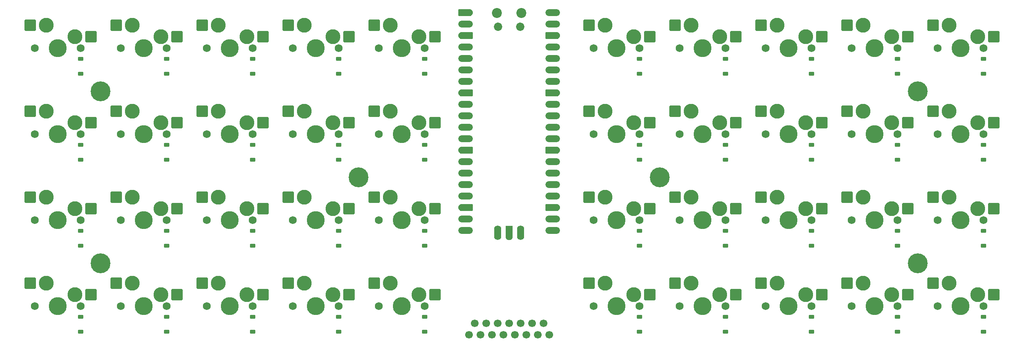
<source format=gbr>
%TF.GenerationSoftware,KiCad,Pcbnew,9.0.4*%
%TF.CreationDate,2025-09-26T22:16:16-05:00*%
%TF.ProjectId,loongcat40,6c6f6f6e-6763-4617-9434-302e6b696361,rev?*%
%TF.SameCoordinates,Original*%
%TF.FileFunction,Soldermask,Top*%
%TF.FilePolarity,Negative*%
%FSLAX46Y46*%
G04 Gerber Fmt 4.6, Leading zero omitted, Abs format (unit mm)*
G04 Created by KiCad (PCBNEW 9.0.4) date 2025-09-26 22:16:16*
%MOMM*%
%LPD*%
G01*
G04 APERTURE LIST*
G04 Aperture macros list*
%AMRoundRect*
0 Rectangle with rounded corners*
0 $1 Rounding radius*
0 $2 $3 $4 $5 $6 $7 $8 $9 X,Y pos of 4 corners*
0 Add a 4 corners polygon primitive as box body*
4,1,4,$2,$3,$4,$5,$6,$7,$8,$9,$2,$3,0*
0 Add four circle primitives for the rounded corners*
1,1,$1+$1,$2,$3*
1,1,$1+$1,$4,$5*
1,1,$1+$1,$6,$7*
1,1,$1+$1,$8,$9*
0 Add four rect primitives between the rounded corners*
20,1,$1+$1,$2,$3,$4,$5,0*
20,1,$1+$1,$4,$5,$6,$7,0*
20,1,$1+$1,$6,$7,$8,$9,0*
20,1,$1+$1,$8,$9,$2,$3,0*%
%AMFreePoly0*
4,1,37,0.800000,0.796148,0.878414,0.796148,1.032228,0.765552,1.177117,0.705537,1.307515,0.618408,1.418408,0.507515,1.505537,0.377117,1.565552,0.232228,1.596148,0.078414,1.596148,-0.078414,1.565552,-0.232228,1.505537,-0.377117,1.418408,-0.507515,1.307515,-0.618408,1.177117,-0.705537,1.032228,-0.765552,0.878414,-0.796148,0.800000,-0.796148,0.800000,-0.800000,-1.400000,-0.800000,
-1.403843,-0.796157,-1.439018,-0.796157,-1.511114,-0.766294,-1.566294,-0.711114,-1.596157,-0.639018,-1.596157,-0.603843,-1.600000,-0.600000,-1.600000,0.600000,-1.596157,0.603843,-1.596157,0.639018,-1.566294,0.711114,-1.511114,0.766294,-1.439018,0.796157,-1.403843,0.796157,-1.400000,0.800000,0.800000,0.800000,0.800000,0.796148,0.800000,0.796148,$1*%
%AMFreePoly1*
4,1,37,1.403843,0.796157,1.439018,0.796157,1.511114,0.766294,1.566294,0.711114,1.596157,0.639018,1.596157,0.603843,1.600000,0.600000,1.600000,-0.600000,1.596157,-0.603843,1.596157,-0.639018,1.566294,-0.711114,1.511114,-0.766294,1.439018,-0.796157,1.403843,-0.796157,1.400000,-0.800000,-0.800000,-0.800000,-0.800000,-0.796148,-0.878414,-0.796148,-1.032228,-0.765552,-1.177117,-0.705537,
-1.307515,-0.618408,-1.418408,-0.507515,-1.505537,-0.377117,-1.565552,-0.232228,-1.596148,-0.078414,-1.596148,0.078414,-1.565552,0.232228,-1.505537,0.377117,-1.418408,0.507515,-1.307515,0.618408,-1.177117,0.705537,-1.032228,0.765552,-0.878414,0.796148,-0.800000,0.796148,-0.800000,0.800000,1.400000,0.800000,1.403843,0.796157,1.403843,0.796157,$1*%
%AMFreePoly2*
4,1,37,1.600000,0.796148,1.678414,0.796148,1.832228,0.765552,1.977117,0.705537,2.107515,0.618408,2.218408,0.507515,2.305537,0.377117,2.365552,0.232228,2.396148,0.078414,2.396148,-0.078414,2.365552,-0.232228,2.305537,-0.377117,2.218408,-0.507515,2.107515,-0.618408,1.977117,-0.705537,1.832228,-0.765552,1.678414,-0.796148,1.600000,-0.796148,1.600000,-0.800000,-0.600000,-0.800000,
-0.603843,-0.796157,-0.639018,-0.796157,-0.711114,-0.766294,-0.766294,-0.711114,-0.796157,-0.639018,-0.796157,-0.603843,-0.800000,-0.600000,-0.800000,0.600000,-0.796157,0.603843,-0.796157,0.639018,-0.766294,0.711114,-0.711114,0.766294,-0.639018,0.796157,-0.603843,0.796157,-0.600000,0.800000,1.600000,0.800000,1.600000,0.796148,1.600000,0.796148,$1*%
G04 Aperture macros list end*
%ADD10C,4.400000*%
%ADD11C,1.700000*%
%ADD12C,1.750000*%
%ADD13C,3.987800*%
%ADD14C,3.300000*%
%ADD15RoundRect,0.250000X-1.025000X-1.000000X1.025000X-1.000000X1.025000X1.000000X-1.025000X1.000000X0*%
%ADD16C,2.200000*%
%ADD17C,1.850000*%
%ADD18FreePoly0,0.000000*%
%ADD19RoundRect,0.800000X-0.800000X-0.000010X0.800000X-0.000010X0.800000X0.000010X-0.800000X0.000010X0*%
%ADD20FreePoly1,0.000000*%
%ADD21RoundRect,0.800000X0.000010X-0.800000X0.000010X0.800000X-0.000010X0.800000X-0.000010X-0.800000X0*%
%ADD22FreePoly2,270.000000*%
%ADD23RoundRect,0.225000X0.375000X-0.225000X0.375000X0.225000X-0.375000X0.225000X-0.375000X-0.225000X0*%
G04 APERTURE END LIST*
D10*
%TO.C,H6*%
X228600000Y-85725000D03*
%TD*%
%TO.C,H2*%
X228600000Y-47625000D03*
%TD*%
%TO.C,H4*%
X171450000Y-66675000D03*
%TD*%
%TO.C,H5*%
X47625000Y-85725000D03*
%TD*%
%TO.C,H3*%
X104775000Y-66675000D03*
%TD*%
%TO.C,H1*%
X47625000Y-47625000D03*
%TD*%
D11*
%TO.C,U2*%
X129212500Y-101600000D03*
X131752500Y-101600000D03*
X134292500Y-101600000D03*
X136832500Y-101600000D03*
X139372500Y-101600000D03*
X141912500Y-101600000D03*
X144452500Y-101600000D03*
X146992500Y-101600000D03*
%TD*%
D12*
%TO.C,SW37*%
X175895000Y-95250000D03*
D13*
X180975000Y-95250000D03*
D12*
X186055000Y-95250000D03*
D14*
X184785000Y-92710000D03*
D15*
X188335000Y-92710000D03*
X174885000Y-90170000D03*
D14*
X178435000Y-90170000D03*
%TD*%
D12*
%TO.C,SW40*%
X233045000Y-95250000D03*
D13*
X238125000Y-95250000D03*
D12*
X243205000Y-95250000D03*
D14*
X241935000Y-92710000D03*
D15*
X245485000Y-92710000D03*
X232035000Y-90170000D03*
D14*
X235585000Y-90170000D03*
%TD*%
D12*
%TO.C,SW39*%
X213995000Y-95250000D03*
D13*
X219075000Y-95250000D03*
D12*
X224155000Y-95250000D03*
D14*
X222885000Y-92710000D03*
D15*
X226435000Y-92710000D03*
X212985000Y-90170000D03*
D14*
X216535000Y-90170000D03*
%TD*%
D12*
%TO.C,SW38*%
X194945000Y-95250000D03*
D13*
X200025000Y-95250000D03*
D12*
X205105000Y-95250000D03*
D14*
X203835000Y-92710000D03*
D15*
X207385000Y-92710000D03*
X193935000Y-90170000D03*
D14*
X197485000Y-90170000D03*
%TD*%
D12*
%TO.C,SW36*%
X156845000Y-95250000D03*
D13*
X161925000Y-95250000D03*
D12*
X167005000Y-95250000D03*
D14*
X165735000Y-92710000D03*
D15*
X169285000Y-92710000D03*
X155835000Y-90170000D03*
D14*
X159385000Y-90170000D03*
%TD*%
D12*
%TO.C,SW35*%
X109220000Y-95250000D03*
D13*
X114300000Y-95250000D03*
D12*
X119380000Y-95250000D03*
D14*
X118110000Y-92710000D03*
D15*
X121660000Y-92710000D03*
X108210000Y-90170000D03*
D14*
X111760000Y-90170000D03*
%TD*%
D12*
%TO.C,SW34*%
X90170000Y-95250000D03*
D13*
X95250000Y-95250000D03*
D12*
X100330000Y-95250000D03*
D14*
X99060000Y-92710000D03*
D15*
X102610000Y-92710000D03*
X89160000Y-90170000D03*
D14*
X92710000Y-90170000D03*
%TD*%
D12*
%TO.C,SW33*%
X71120000Y-95250000D03*
D13*
X76200000Y-95250000D03*
D12*
X81280000Y-95250000D03*
D14*
X80010000Y-92710000D03*
D15*
X83560000Y-92710000D03*
X70110000Y-90170000D03*
D14*
X73660000Y-90170000D03*
%TD*%
D12*
%TO.C,SW32*%
X52070000Y-95250000D03*
D13*
X57150000Y-95250000D03*
D12*
X62230000Y-95250000D03*
D14*
X60960000Y-92710000D03*
D15*
X64510000Y-92710000D03*
X51060000Y-90170000D03*
D14*
X54610000Y-90170000D03*
%TD*%
D12*
%TO.C,SW31*%
X33020000Y-95250000D03*
D13*
X38100000Y-95250000D03*
D12*
X43180000Y-95250000D03*
D14*
X41910000Y-92710000D03*
D15*
X45460000Y-92710000D03*
X32010000Y-90170000D03*
D14*
X35560000Y-90170000D03*
%TD*%
D12*
%TO.C,SW30*%
X233045000Y-76200000D03*
D13*
X238125000Y-76200000D03*
D12*
X243205000Y-76200000D03*
D14*
X241935000Y-73660000D03*
D15*
X245485000Y-73660000D03*
X232035000Y-71120000D03*
D14*
X235585000Y-71120000D03*
%TD*%
D12*
%TO.C,SW29*%
X213995000Y-76200000D03*
D13*
X219075000Y-76200000D03*
D12*
X224155000Y-76200000D03*
D14*
X222885000Y-73660000D03*
D15*
X226435000Y-73660000D03*
X212985000Y-71120000D03*
D14*
X216535000Y-71120000D03*
%TD*%
D12*
%TO.C,SW28*%
X194945000Y-76200000D03*
D13*
X200025000Y-76200000D03*
D12*
X205105000Y-76200000D03*
D14*
X203835000Y-73660000D03*
D15*
X207385000Y-73660000D03*
X193935000Y-71120000D03*
D14*
X197485000Y-71120000D03*
%TD*%
D12*
%TO.C,SW27*%
X175895000Y-76200000D03*
D13*
X180975000Y-76200000D03*
D12*
X186055000Y-76200000D03*
D14*
X184785000Y-73660000D03*
D15*
X188335000Y-73660000D03*
X174885000Y-71120000D03*
D14*
X178435000Y-71120000D03*
%TD*%
D12*
%TO.C,SW26*%
X156845000Y-76200000D03*
D13*
X161925000Y-76200000D03*
D12*
X167005000Y-76200000D03*
D14*
X165735000Y-73660000D03*
D15*
X169285000Y-73660000D03*
X155835000Y-71120000D03*
D14*
X159385000Y-71120000D03*
%TD*%
D12*
%TO.C,SW25*%
X109220000Y-76200000D03*
D13*
X114300000Y-76200000D03*
D12*
X119380000Y-76200000D03*
D14*
X118110000Y-73660000D03*
D15*
X121660000Y-73660000D03*
X108210000Y-71120000D03*
D14*
X111760000Y-71120000D03*
%TD*%
D12*
%TO.C,SW24*%
X90170000Y-76200000D03*
D13*
X95250000Y-76200000D03*
D12*
X100330000Y-76200000D03*
D14*
X99060000Y-73660000D03*
D15*
X102610000Y-73660000D03*
X89160000Y-71120000D03*
D14*
X92710000Y-71120000D03*
%TD*%
D12*
%TO.C,SW23*%
X71120000Y-76200000D03*
D13*
X76200000Y-76200000D03*
D12*
X81280000Y-76200000D03*
D14*
X80010000Y-73660000D03*
D15*
X83560000Y-73660000D03*
X70110000Y-71120000D03*
D14*
X73660000Y-71120000D03*
%TD*%
D12*
%TO.C,SW22*%
X52070000Y-76200000D03*
D13*
X57150000Y-76200000D03*
D12*
X62230000Y-76200000D03*
D14*
X60960000Y-73660000D03*
D15*
X64510000Y-73660000D03*
X51060000Y-71120000D03*
D14*
X54610000Y-71120000D03*
%TD*%
D12*
%TO.C,SW21*%
X33020000Y-76200000D03*
D13*
X38100000Y-76200000D03*
D12*
X43180000Y-76200000D03*
D14*
X41910000Y-73660000D03*
D15*
X45460000Y-73660000D03*
X32010000Y-71120000D03*
D14*
X35560000Y-71120000D03*
%TD*%
D12*
%TO.C,SW20*%
X233045000Y-57150000D03*
D13*
X238125000Y-57150000D03*
D12*
X243205000Y-57150000D03*
D14*
X241935000Y-54610000D03*
D15*
X245485000Y-54610000D03*
X232035000Y-52070000D03*
D14*
X235585000Y-52070000D03*
%TD*%
D12*
%TO.C,SW19*%
X213995000Y-57150000D03*
D13*
X219075000Y-57150000D03*
D12*
X224155000Y-57150000D03*
D14*
X222885000Y-54610000D03*
D15*
X226435000Y-54610000D03*
X212985000Y-52070000D03*
D14*
X216535000Y-52070000D03*
%TD*%
D12*
%TO.C,SW18*%
X194945000Y-57150000D03*
D13*
X200025000Y-57150000D03*
D12*
X205105000Y-57150000D03*
D14*
X203835000Y-54610000D03*
D15*
X207385000Y-54610000D03*
X193935000Y-52070000D03*
D14*
X197485000Y-52070000D03*
%TD*%
D12*
%TO.C,SW17*%
X175895000Y-57150000D03*
D13*
X180975000Y-57150000D03*
D12*
X186055000Y-57150000D03*
D14*
X184785000Y-54610000D03*
D15*
X188335000Y-54610000D03*
X174885000Y-52070000D03*
D14*
X178435000Y-52070000D03*
%TD*%
D12*
%TO.C,SW16*%
X156845000Y-57150000D03*
D13*
X161925000Y-57150000D03*
D12*
X167005000Y-57150000D03*
D14*
X165735000Y-54610000D03*
D15*
X169285000Y-54610000D03*
X155835000Y-52070000D03*
D14*
X159385000Y-52070000D03*
%TD*%
D12*
%TO.C,SW15*%
X109220000Y-57150000D03*
D13*
X114300000Y-57150000D03*
D12*
X119380000Y-57150000D03*
D14*
X118110000Y-54610000D03*
D15*
X121660000Y-54610000D03*
X108210000Y-52070000D03*
D14*
X111760000Y-52070000D03*
%TD*%
D12*
%TO.C,SW14*%
X90170000Y-57150000D03*
D13*
X95250000Y-57150000D03*
D12*
X100330000Y-57150000D03*
D14*
X99060000Y-54610000D03*
D15*
X102610000Y-54610000D03*
X89160000Y-52070000D03*
D14*
X92710000Y-52070000D03*
%TD*%
D12*
%TO.C,SW13*%
X71120000Y-57150000D03*
D13*
X76200000Y-57150000D03*
D12*
X81280000Y-57150000D03*
D14*
X80010000Y-54610000D03*
D15*
X83560000Y-54610000D03*
X70110000Y-52070000D03*
D14*
X73660000Y-52070000D03*
%TD*%
D12*
%TO.C,SW12*%
X52070000Y-57150000D03*
D13*
X57150000Y-57150000D03*
D12*
X62230000Y-57150000D03*
D14*
X60960000Y-54610000D03*
D15*
X64510000Y-54610000D03*
X51060000Y-52070000D03*
D14*
X54610000Y-52070000D03*
%TD*%
D12*
%TO.C,SW11*%
X33020000Y-57150000D03*
D13*
X38100000Y-57150000D03*
D12*
X43180000Y-57150000D03*
D14*
X41910000Y-54610000D03*
D15*
X45460000Y-54610000D03*
X32010000Y-52070000D03*
D14*
X35560000Y-52070000D03*
%TD*%
D12*
%TO.C,SW10*%
X233045000Y-38100000D03*
D13*
X238125000Y-38100000D03*
D12*
X243205000Y-38100000D03*
D14*
X241935000Y-35560000D03*
D15*
X245485000Y-35560000D03*
X232035000Y-33020000D03*
D14*
X235585000Y-33020000D03*
%TD*%
D12*
%TO.C,SW9*%
X213995000Y-38100000D03*
D13*
X219075000Y-38100000D03*
D12*
X224155000Y-38100000D03*
D14*
X222885000Y-35560000D03*
D15*
X226435000Y-35560000D03*
X212985000Y-33020000D03*
D14*
X216535000Y-33020000D03*
%TD*%
D12*
%TO.C,SW8*%
X194945000Y-38100000D03*
D13*
X200025000Y-38100000D03*
D12*
X205105000Y-38100000D03*
D14*
X203835000Y-35560000D03*
D15*
X207385000Y-35560000D03*
X193935000Y-33020000D03*
D14*
X197485000Y-33020000D03*
%TD*%
D12*
%TO.C,SW7*%
X175895000Y-38100000D03*
D13*
X180975000Y-38100000D03*
D12*
X186055000Y-38100000D03*
D14*
X184785000Y-35560000D03*
D15*
X188335000Y-35560000D03*
X174885000Y-33020000D03*
D14*
X178435000Y-33020000D03*
%TD*%
D12*
%TO.C,SW6*%
X156845000Y-38100000D03*
D13*
X161925000Y-38100000D03*
D12*
X167005000Y-38100000D03*
D14*
X165735000Y-35560000D03*
D15*
X169285000Y-35560000D03*
X155835000Y-33020000D03*
D14*
X159385000Y-33020000D03*
%TD*%
D12*
%TO.C,SW5*%
X109220000Y-38100000D03*
D13*
X114300000Y-38100000D03*
D12*
X119380000Y-38100000D03*
D14*
X118110000Y-35560000D03*
D15*
X121660000Y-35560000D03*
X108210000Y-33020000D03*
D14*
X111760000Y-33020000D03*
%TD*%
D12*
%TO.C,SW4*%
X90170000Y-38100000D03*
D13*
X95250000Y-38100000D03*
D12*
X100330000Y-38100000D03*
D14*
X99060000Y-35560000D03*
D15*
X102610000Y-35560000D03*
X89160000Y-33020000D03*
D14*
X92710000Y-33020000D03*
%TD*%
D12*
%TO.C,SW3*%
X71120000Y-38100000D03*
D13*
X76200000Y-38100000D03*
D12*
X81280000Y-38100000D03*
D14*
X80010000Y-35560000D03*
D15*
X83560000Y-35560000D03*
X70110000Y-33020000D03*
D14*
X73660000Y-33020000D03*
%TD*%
D12*
%TO.C,SW2*%
X52070000Y-38100000D03*
D13*
X57150000Y-38100000D03*
D12*
X62230000Y-38100000D03*
D14*
X60960000Y-35560000D03*
D15*
X64510000Y-35560000D03*
X51060000Y-33020000D03*
D14*
X54610000Y-33020000D03*
%TD*%
D12*
%TO.C,SW1*%
X33020000Y-38100000D03*
D13*
X38100000Y-38100000D03*
D12*
X43180000Y-38100000D03*
D14*
X41910000Y-35560000D03*
D15*
X45460000Y-35560000D03*
X32010000Y-33020000D03*
D14*
X35560000Y-33020000D03*
%TD*%
D16*
%TO.C,A2*%
X135387500Y-30307500D03*
D17*
X135687500Y-33337500D03*
X140537500Y-33337500D03*
D16*
X140837500Y-30307500D03*
D18*
X128422500Y-30177500D03*
D19*
X128422500Y-32717500D03*
D20*
X128422500Y-35257500D03*
D19*
X128422500Y-37797500D03*
X128422500Y-40337500D03*
X128422500Y-42877500D03*
X128422500Y-45417500D03*
D20*
X128422500Y-47957500D03*
D19*
X128422500Y-50497500D03*
X128422500Y-53037500D03*
X128422500Y-55577500D03*
X128422500Y-58117500D03*
D20*
X128422500Y-60657500D03*
D19*
X128422500Y-63197500D03*
X128422500Y-65737500D03*
X128422500Y-68277500D03*
X128422500Y-70817500D03*
D20*
X128422500Y-73357500D03*
D19*
X128422500Y-75897500D03*
X128422500Y-78437500D03*
X147802500Y-78437500D03*
X147802500Y-75897500D03*
D18*
X147802500Y-73357500D03*
D19*
X147802500Y-70817500D03*
X147802500Y-68277500D03*
X147802500Y-65737500D03*
X147802500Y-63197500D03*
D18*
X147802500Y-60657500D03*
D19*
X147802500Y-58117500D03*
X147802500Y-55577500D03*
X147802500Y-53037500D03*
X147802500Y-50497500D03*
D18*
X147802500Y-47957500D03*
D19*
X147802500Y-45417500D03*
X147802500Y-42877500D03*
X147802500Y-40337500D03*
X147802500Y-37797500D03*
D18*
X147802500Y-35257500D03*
D19*
X147802500Y-32717500D03*
X147802500Y-30177500D03*
D21*
X135572500Y-79007500D03*
D22*
X138112500Y-78207500D03*
D21*
X140652500Y-79007500D03*
%TD*%
D11*
%TO.C,U1*%
X145732500Y-99000000D03*
X143192500Y-99000000D03*
X140652500Y-99000000D03*
X138112500Y-99000000D03*
X135572500Y-99000000D03*
X133032500Y-99000000D03*
X130492500Y-99000000D03*
%TD*%
D23*
%TO.C,D14*%
X100330000Y-62830000D03*
X100330000Y-59530000D03*
%TD*%
%TO.C,D12*%
X62230000Y-62830000D03*
X62230000Y-59530000D03*
%TD*%
%TO.C,D4*%
X100330000Y-43780000D03*
X100330000Y-40480000D03*
%TD*%
%TO.C,D2*%
X62230000Y-43780000D03*
X62230000Y-40480000D03*
%TD*%
%TO.C,D15*%
X119380000Y-62830000D03*
X119380000Y-59530000D03*
%TD*%
%TO.C,D5*%
X119380000Y-43780000D03*
X119380000Y-40480000D03*
%TD*%
%TO.C,D27*%
X186055000Y-81880000D03*
X186055000Y-78580000D03*
%TD*%
%TO.C,D17*%
X186055000Y-62830000D03*
X186055000Y-59530000D03*
%TD*%
%TO.C,D23*%
X81280000Y-81880000D03*
X81280000Y-78580000D03*
%TD*%
%TO.C,D1*%
X43180000Y-43780000D03*
X43180000Y-40480000D03*
%TD*%
%TO.C,D25*%
X119380000Y-81880000D03*
X119380000Y-78580000D03*
%TD*%
%TO.C,D33*%
X81280000Y-100930000D03*
X81280000Y-97630000D03*
%TD*%
%TO.C,D36*%
X167005000Y-100930000D03*
X167005000Y-97630000D03*
%TD*%
%TO.C,D18*%
X205105000Y-62830000D03*
X205105000Y-59530000D03*
%TD*%
%TO.C,D30*%
X243205000Y-81880000D03*
X243205000Y-78580000D03*
%TD*%
%TO.C,D31*%
X43180000Y-100930000D03*
X43180000Y-97630000D03*
%TD*%
%TO.C,D20*%
X243205000Y-62830000D03*
X243205000Y-59530000D03*
%TD*%
%TO.C,D32*%
X62230000Y-100930000D03*
X62230000Y-97630000D03*
%TD*%
%TO.C,D28*%
X205105000Y-81880000D03*
X205105000Y-78580000D03*
%TD*%
%TO.C,D10*%
X243205000Y-43780000D03*
X243205000Y-40480000D03*
%TD*%
%TO.C,D24*%
X100330000Y-81880000D03*
X100330000Y-78580000D03*
%TD*%
%TO.C,D26*%
X167005000Y-81880000D03*
X167005000Y-78580000D03*
%TD*%
%TO.C,D29*%
X224155000Y-81880000D03*
X224155000Y-78580000D03*
%TD*%
%TO.C,D35*%
X119380000Y-100930000D03*
X119380000Y-97630000D03*
%TD*%
%TO.C,D21*%
X43180000Y-81880000D03*
X43180000Y-78580000D03*
%TD*%
%TO.C,D34*%
X100330000Y-100930000D03*
X100330000Y-97630000D03*
%TD*%
%TO.C,D37*%
X186055000Y-100930000D03*
X186055000Y-97630000D03*
%TD*%
%TO.C,D40*%
X243205000Y-100930000D03*
X243205000Y-97630000D03*
%TD*%
%TO.C,D13*%
X81280000Y-62830000D03*
X81280000Y-59530000D03*
%TD*%
%TO.C,D16*%
X167005000Y-62830000D03*
X167005000Y-59530000D03*
%TD*%
%TO.C,D9*%
X224155000Y-43780000D03*
X224155000Y-40480000D03*
%TD*%
%TO.C,D6*%
X167005000Y-43780000D03*
X167005000Y-40480000D03*
%TD*%
%TO.C,D3*%
X81280000Y-43780000D03*
X81280000Y-40480000D03*
%TD*%
%TO.C,D19*%
X224155000Y-62830000D03*
X224155000Y-59530000D03*
%TD*%
%TO.C,D11*%
X43180000Y-62830000D03*
X43180000Y-59530000D03*
%TD*%
%TO.C,D22*%
X62230000Y-81880000D03*
X62230000Y-78580000D03*
%TD*%
%TO.C,D38*%
X205105000Y-100930000D03*
X205105000Y-97630000D03*
%TD*%
%TO.C,D8*%
X205105000Y-43780000D03*
X205105000Y-40480000D03*
%TD*%
%TO.C,D7*%
X186055000Y-43780000D03*
X186055000Y-40480000D03*
%TD*%
%TO.C,D39*%
X224155000Y-100930000D03*
X224155000Y-97630000D03*
%TD*%
M02*

</source>
